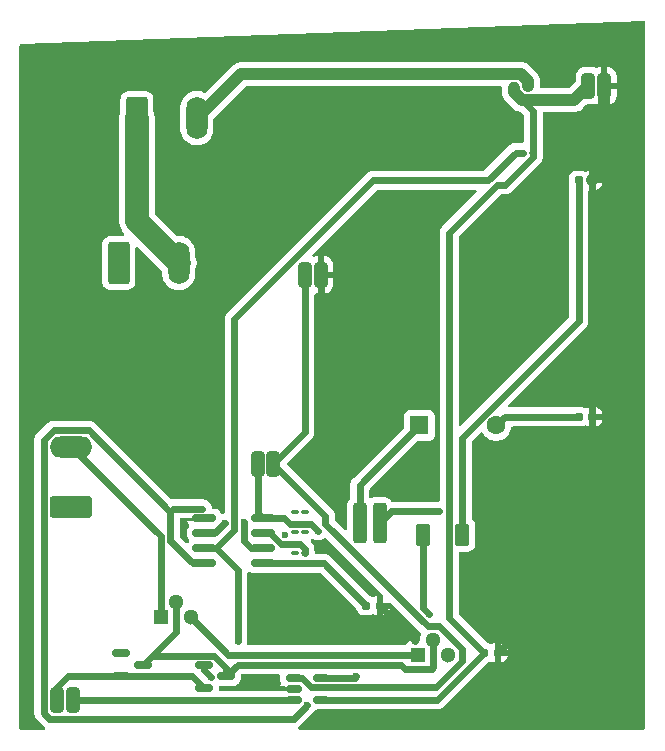
<source format=gbr>
G04 #@! TF.GenerationSoftware,KiCad,Pcbnew,9.0.4*
G04 #@! TF.CreationDate,2026-02-01T17:43:42+05:30*
G04 #@! TF.ProjectId,Classdamp ltversion,436c6173-7364-4616-9d70-206c74766572,rev?*
G04 #@! TF.SameCoordinates,Original*
G04 #@! TF.FileFunction,Copper,L1,Top*
G04 #@! TF.FilePolarity,Positive*
%FSLAX46Y46*%
G04 Gerber Fmt 4.6, Leading zero omitted, Abs format (unit mm)*
G04 Created by KiCad (PCBNEW 9.0.4) date 2026-02-01 17:43:42*
%MOMM*%
%LPD*%
G01*
G04 APERTURE LIST*
G04 Aperture macros list*
%AMRoundRect*
0 Rectangle with rounded corners*
0 $1 Rounding radius*
0 $2 $3 $4 $5 $6 $7 $8 $9 X,Y pos of 4 corners*
0 Add a 4 corners polygon primitive as box body*
4,1,4,$2,$3,$4,$5,$6,$7,$8,$9,$2,$3,0*
0 Add four circle primitives for the rounded corners*
1,1,$1+$1,$2,$3*
1,1,$1+$1,$4,$5*
1,1,$1+$1,$6,$7*
1,1,$1+$1,$8,$9*
0 Add four rect primitives between the rounded corners*
20,1,$1+$1,$2,$3,$4,$5,0*
20,1,$1+$1,$4,$5,$6,$7,0*
20,1,$1+$1,$6,$7,$8,$9,0*
20,1,$1+$1,$8,$9,$2,$3,0*%
G04 Aperture macros list end*
G04 #@! TA.AperFunction,SMDPad,CuDef*
%ADD10RoundRect,0.100000X-0.217500X-0.100000X0.217500X-0.100000X0.217500X0.100000X-0.217500X0.100000X0*%
G04 #@! TD*
G04 #@! TA.AperFunction,SMDPad,CuDef*
%ADD11RoundRect,0.250000X-0.312500X-0.825000X0.312500X-0.825000X0.312500X0.825000X-0.312500X0.825000X0*%
G04 #@! TD*
G04 #@! TA.AperFunction,SMDPad,CuDef*
%ADD12RoundRect,0.155000X-0.212500X-0.155000X0.212500X-0.155000X0.212500X0.155000X-0.212500X0.155000X0*%
G04 #@! TD*
G04 #@! TA.AperFunction,SMDPad,CuDef*
%ADD13RoundRect,0.150000X-0.512500X-0.150000X0.512500X-0.150000X0.512500X0.150000X-0.512500X0.150000X0*%
G04 #@! TD*
G04 #@! TA.AperFunction,SMDPad,CuDef*
%ADD14RoundRect,0.150000X-0.587500X-0.150000X0.587500X-0.150000X0.587500X0.150000X-0.587500X0.150000X0*%
G04 #@! TD*
G04 #@! TA.AperFunction,SMDPad,CuDef*
%ADD15RoundRect,0.150000X-0.825000X-0.150000X0.825000X-0.150000X0.825000X0.150000X-0.825000X0.150000X0*%
G04 #@! TD*
G04 #@! TA.AperFunction,SMDPad,CuDef*
%ADD16RoundRect,0.250000X-0.337500X-1.450000X0.337500X-1.450000X0.337500X1.450000X-0.337500X1.450000X0*%
G04 #@! TD*
G04 #@! TA.AperFunction,ComponentPad*
%ADD17RoundRect,0.250000X1.550000X-0.650000X1.550000X0.650000X-1.550000X0.650000X-1.550000X-0.650000X0*%
G04 #@! TD*
G04 #@! TA.AperFunction,ComponentPad*
%ADD18O,3.600000X1.800000*%
G04 #@! TD*
G04 #@! TA.AperFunction,ComponentPad*
%ADD19R,1.300000X1.300000*%
G04 #@! TD*
G04 #@! TA.AperFunction,ComponentPad*
%ADD20C,1.300000*%
G04 #@! TD*
G04 #@! TA.AperFunction,ComponentPad*
%ADD21RoundRect,0.250000X-0.650000X-1.550000X0.650000X-1.550000X0.650000X1.550000X-0.650000X1.550000X0*%
G04 #@! TD*
G04 #@! TA.AperFunction,ComponentPad*
%ADD22O,1.800000X3.600000*%
G04 #@! TD*
G04 #@! TA.AperFunction,SMDPad,CuDef*
%ADD23RoundRect,0.250000X-0.362500X-0.700000X0.362500X-0.700000X0.362500X0.700000X-0.362500X0.700000X0*%
G04 #@! TD*
G04 #@! TA.AperFunction,ComponentPad*
%ADD24R,1.600000X1.600000*%
G04 #@! TD*
G04 #@! TA.AperFunction,ComponentPad*
%ADD25C,1.600000*%
G04 #@! TD*
G04 #@! TA.AperFunction,ViaPad*
%ADD26C,0.600000*%
G04 #@! TD*
G04 #@! TA.AperFunction,Conductor*
%ADD27C,0.600000*%
G04 #@! TD*
G04 #@! TA.AperFunction,Conductor*
%ADD28C,1.000000*%
G04 #@! TD*
G04 #@! TA.AperFunction,Conductor*
%ADD29C,2.000000*%
G04 #@! TD*
G04 APERTURE END LIST*
D10*
X143865000Y-100040000D03*
X144680000Y-100040000D03*
D11*
X140675000Y-96000000D03*
X142000000Y-96000000D03*
D10*
X143865000Y-103540000D03*
X144680000Y-103540000D03*
D12*
X159865000Y-112000000D03*
X161000000Y-112000000D03*
D13*
X143725000Y-114100000D03*
X143725000Y-115050000D03*
X143725000Y-116000000D03*
X146000000Y-116000000D03*
X146000000Y-114100000D03*
D14*
X136125000Y-113050000D03*
X136125000Y-114950000D03*
X138000000Y-114000000D03*
D10*
X163181500Y-69648286D03*
X163996500Y-69648286D03*
D11*
X144675000Y-80000000D03*
X146000000Y-80000000D03*
D15*
X136167500Y-100615000D03*
X136167500Y-101885000D03*
X136167500Y-103155000D03*
X136167500Y-104425000D03*
X141117500Y-104425000D03*
X141117500Y-103155000D03*
X141117500Y-101885000D03*
X141117500Y-100615000D03*
D16*
X149325000Y-101000000D03*
X151000000Y-101000000D03*
D17*
X124875000Y-99640000D03*
D18*
X124875000Y-94560000D03*
D19*
X132460000Y-109000000D03*
D20*
X133730000Y-107730000D03*
X135000000Y-109000000D03*
D11*
X168675000Y-64000000D03*
X170000000Y-64000000D03*
D21*
X128920000Y-79000000D03*
D22*
X134000000Y-79000000D03*
D11*
X123675000Y-116000000D03*
X125000000Y-116000000D03*
D23*
X154675000Y-102000000D03*
X158000000Y-102000000D03*
D12*
X167865000Y-72000000D03*
X169000000Y-72000000D03*
D24*
X154372500Y-92750000D03*
D25*
X160872500Y-92750000D03*
D14*
X129125000Y-112050000D03*
X129125000Y-113950000D03*
X131000000Y-113000000D03*
D19*
X154292500Y-112180000D03*
D20*
X155562500Y-110910000D03*
X156832500Y-112180000D03*
D10*
X143865000Y-101790000D03*
X144680000Y-101790000D03*
D12*
X167865000Y-92000000D03*
X169000000Y-92000000D03*
D21*
X130455000Y-66737500D03*
D22*
X135535000Y-66737500D03*
D12*
X149865000Y-108000000D03*
X151000000Y-108000000D03*
X162415000Y-64000000D03*
X163550000Y-64000000D03*
D26*
X137888128Y-101000000D03*
X139488128Y-100897220D03*
X136762500Y-114084290D03*
X154000000Y-111000000D03*
X146000000Y-98000000D03*
X156000000Y-100000000D03*
X155209054Y-108750942D03*
X139000000Y-111000000D03*
X145801000Y-101668214D03*
X144862500Y-116449810D03*
X143000000Y-102000000D03*
X149000000Y-114000000D03*
X144682500Y-103540000D03*
D27*
X137003128Y-101885000D02*
X137888128Y-101000000D01*
X140142501Y-103155000D02*
X141117500Y-103155000D01*
X139488128Y-100897220D02*
X139488128Y-102500627D01*
X136167500Y-101885000D02*
X137003128Y-101885000D01*
X139488128Y-102500627D02*
X140142501Y-103155000D01*
X136125000Y-113050000D02*
X136125000Y-113446790D01*
X161000000Y-112000000D02*
X169000000Y-104000000D01*
D28*
X170000000Y-71000000D02*
X169000000Y-72000000D01*
D27*
X169000000Y-92000000D02*
X169000000Y-72000000D01*
X136125000Y-113446790D02*
X136762500Y-114084290D01*
X146000000Y-80000000D02*
X146000000Y-98000000D01*
X151000000Y-108000000D02*
X154000000Y-111000000D01*
X169000000Y-104000000D02*
X169000000Y-92000000D01*
D28*
X170000000Y-64000000D02*
X170000000Y-71000000D01*
D27*
X146290000Y-104425000D02*
X149865000Y-108000000D01*
X141117500Y-104425000D02*
X146290000Y-104425000D01*
X156886500Y-76443714D02*
X160978500Y-72351714D01*
X164000000Y-70000000D02*
X164000000Y-69648286D01*
X146000000Y-116000000D02*
X155865000Y-116000000D01*
X160978500Y-72351714D02*
X161648286Y-72351714D01*
X155865000Y-116000000D02*
X159865000Y-112000000D01*
X156886500Y-109021500D02*
X156886500Y-76443714D01*
X161648286Y-72351714D02*
X164000000Y-70000000D01*
X163052530Y-65201000D02*
X164000000Y-66148470D01*
X164000000Y-66148470D02*
X164000000Y-70000000D01*
X159865000Y-112000000D02*
X156886500Y-109021500D01*
X125000000Y-116000000D02*
X143725000Y-116000000D01*
D28*
X167474000Y-65201000D02*
X163052530Y-65201000D01*
X162349000Y-64497470D02*
X162349000Y-64190000D01*
X163052530Y-65201000D02*
X162349000Y-64497470D01*
X168675000Y-64000000D02*
X167474000Y-65201000D01*
X135535000Y-66737500D02*
X139283500Y-62989000D01*
X163550000Y-63550000D02*
X163550000Y-64000000D01*
X162989000Y-62989000D02*
X163550000Y-63550000D01*
X139283500Y-62989000D02*
X162989000Y-62989000D01*
D27*
X158000000Y-102000000D02*
X158000000Y-93782608D01*
X167865000Y-83917608D02*
X167865000Y-72000000D01*
X152000000Y-100000000D02*
X156000000Y-100000000D01*
X158000000Y-93782608D02*
X167865000Y-83917608D01*
X151000000Y-101000000D02*
X152000000Y-100000000D01*
X167865000Y-92000000D02*
X161622500Y-92000000D01*
X161622500Y-92000000D02*
X160872500Y-92750000D01*
D29*
X130455000Y-66737500D02*
X130455000Y-75455000D01*
X130455000Y-75455000D02*
X134000000Y-79000000D01*
D27*
X124875000Y-94560000D02*
X132460000Y-102145000D01*
X132460000Y-102145000D02*
X132460000Y-109000000D01*
X154675000Y-108216888D02*
X155209054Y-108750942D01*
X154292500Y-112180000D02*
X138180000Y-112180000D01*
X154675000Y-102000000D02*
X154675000Y-108216888D01*
X138180000Y-112180000D02*
X135000000Y-109000000D01*
X149325000Y-97797500D02*
X154372500Y-92750000D01*
X149325000Y-101000000D02*
X149325000Y-97797500D01*
X135125000Y-113950000D02*
X136125000Y-114950000D01*
X138688128Y-101609371D02*
X138688128Y-83780370D01*
X129125000Y-113950000D02*
X135125000Y-113950000D01*
X162508214Y-69648286D02*
X163178000Y-69648286D01*
X123675000Y-114925000D02*
X124650000Y-113950000D01*
X160156500Y-72000000D02*
X162508214Y-69648286D01*
X123675000Y-116000000D02*
X123675000Y-114925000D01*
X150468498Y-72000000D02*
X160156500Y-72000000D01*
X137142499Y-103155000D02*
X139000000Y-105012501D01*
X137142499Y-103155000D02*
X138688128Y-101609371D01*
X136167500Y-103155000D02*
X137142499Y-103155000D01*
X124650000Y-113950000D02*
X129125000Y-113950000D01*
X138688128Y-83780370D02*
X150468498Y-72000000D01*
X139000000Y-105012501D02*
X139000000Y-111000000D01*
X155562500Y-110910000D02*
X155562500Y-113212000D01*
X131000000Y-113000000D02*
X133730000Y-110270000D01*
X136986310Y-112249000D02*
X138000000Y-113262690D01*
X155443500Y-113331000D02*
X153141500Y-113331000D01*
X153141500Y-113331000D02*
X152810500Y-113000000D01*
X131751000Y-112249000D02*
X136986310Y-112249000D01*
X155562500Y-113212000D02*
X155443500Y-113331000D01*
X152810500Y-113000000D02*
X139000000Y-113000000D01*
X139000000Y-113000000D02*
X138000000Y-114000000D01*
X131000000Y-113000000D02*
X131751000Y-112249000D01*
X138000000Y-113262690D02*
X138000000Y-114000000D01*
X133730000Y-110270000D02*
X133730000Y-107730000D01*
X142921786Y-100615000D02*
X143395786Y-101089000D01*
X136167500Y-104425000D02*
X135192501Y-104425000D01*
X133261000Y-102493499D02*
X133261000Y-100064687D01*
X143736310Y-117576000D02*
X144862500Y-116449810D01*
X123044498Y-117576000D02*
X143736310Y-117576000D01*
X140675000Y-100172500D02*
X141117500Y-100615000D01*
X143395786Y-101089000D02*
X145221786Y-101089000D01*
X133261000Y-100064687D02*
X133511687Y-99814000D01*
X126355313Y-93159000D02*
X123394687Y-93159000D01*
X135192501Y-104425000D02*
X133261000Y-102493499D01*
X141117500Y-100615000D02*
X142921786Y-100615000D01*
X145221786Y-101089000D02*
X145801000Y-101668214D01*
X122574000Y-93979687D02*
X122574000Y-117105502D01*
X140675000Y-96000000D02*
X140675000Y-100172500D01*
X146000000Y-114100000D02*
X148900000Y-114100000D01*
X123394687Y-93159000D02*
X122574000Y-93979687D01*
X133261000Y-100064687D02*
X126355313Y-93159000D01*
X122574000Y-117105502D02*
X123044498Y-117576000D01*
X133511687Y-99814000D02*
X136000000Y-99814000D01*
X148900000Y-114100000D02*
X149000000Y-114000000D01*
X141117500Y-101885000D02*
X141752214Y-101885000D01*
X144296214Y-102801000D02*
X144682500Y-103187286D01*
X142668214Y-102801000D02*
X144296214Y-102801000D01*
X141752214Y-101885000D02*
X142668214Y-102801000D01*
X144682500Y-103187286D02*
X144682500Y-103540000D01*
X143725000Y-114100000D02*
X144412690Y-114100000D01*
X155085740Y-109759000D02*
X146415740Y-101089000D01*
X156039260Y-109759000D02*
X155085740Y-109759000D01*
X144675000Y-93325000D02*
X142000000Y-96000000D01*
X145213690Y-114901000D02*
X155739260Y-114901000D01*
X144412690Y-114100000D02*
X145213690Y-114901000D01*
X157983500Y-112656760D02*
X157983500Y-111703240D01*
X144675000Y-80000000D02*
X144675000Y-93325000D01*
X146415740Y-100415740D02*
X142000000Y-96000000D01*
X157983500Y-111703240D02*
X156039260Y-109759000D01*
X155739260Y-114901000D02*
X157983500Y-112656760D01*
X146415740Y-101089000D02*
X146415740Y-100415740D01*
G04 #@! TA.AperFunction,Conductor*
G36*
X173438633Y-58541331D02*
G01*
X173486311Y-58592405D01*
X173499500Y-58648056D01*
X173499500Y-118375500D01*
X173479815Y-118442539D01*
X173427011Y-118488294D01*
X173375500Y-118499500D01*
X144203831Y-118499500D01*
X144136792Y-118479815D01*
X144091037Y-118427011D01*
X144081093Y-118357853D01*
X144110118Y-118294297D01*
X144134940Y-118272398D01*
X144194260Y-118232760D01*
X144246599Y-118197789D01*
X145484289Y-116960099D01*
X145541144Y-116875009D01*
X145554112Y-116855602D01*
X145582050Y-116832257D01*
X145607720Y-116810804D01*
X145607724Y-116810803D01*
X145607727Y-116810801D01*
X145607745Y-116810798D01*
X145657209Y-116800500D01*
X155943844Y-116800500D01*
X155943845Y-116800499D01*
X156098497Y-116769737D01*
X156244179Y-116709394D01*
X156375289Y-116621789D01*
X160170528Y-112826548D01*
X160179962Y-112820530D01*
X160184566Y-112814466D01*
X160206384Y-112803674D01*
X160215656Y-112797760D01*
X160219588Y-112796323D01*
X160339900Y-112761370D01*
X160379715Y-112737823D01*
X160390440Y-112733905D01*
X160414357Y-112732356D01*
X160437588Y-112726461D01*
X160449840Y-112730058D01*
X160460164Y-112729390D01*
X160474328Y-112737248D01*
X160496113Y-112743645D01*
X160525300Y-112760906D01*
X160525305Y-112760908D01*
X160684216Y-112807077D01*
X160684222Y-112807078D01*
X160721342Y-112809999D01*
X160721358Y-112810000D01*
X160750000Y-112810000D01*
X161250000Y-112810000D01*
X161278642Y-112810000D01*
X161278657Y-112809999D01*
X161315777Y-112807078D01*
X161315783Y-112807077D01*
X161474694Y-112760908D01*
X161474697Y-112760907D01*
X161617142Y-112676666D01*
X161617150Y-112676660D01*
X161734160Y-112559650D01*
X161734166Y-112559642D01*
X161818407Y-112417197D01*
X161818409Y-112417194D01*
X161864578Y-112258281D01*
X161865230Y-112250000D01*
X161250000Y-112250000D01*
X161250000Y-112810000D01*
X160750000Y-112810000D01*
X160750000Y-111750000D01*
X161250000Y-111750000D01*
X161865230Y-111750000D01*
X161864578Y-111741718D01*
X161818409Y-111582805D01*
X161818407Y-111582802D01*
X161734166Y-111440357D01*
X161734160Y-111440349D01*
X161617150Y-111323339D01*
X161617142Y-111323333D01*
X161474697Y-111239092D01*
X161474694Y-111239091D01*
X161315783Y-111192922D01*
X161315777Y-111192921D01*
X161278657Y-111190000D01*
X161250000Y-111190000D01*
X161250000Y-111750000D01*
X160750000Y-111750000D01*
X160750000Y-111190000D01*
X160721342Y-111190000D01*
X160684222Y-111192921D01*
X160684216Y-111192922D01*
X160525304Y-111239091D01*
X160525300Y-111239093D01*
X160496109Y-111256356D01*
X160428384Y-111273536D01*
X160390440Y-111266093D01*
X160379706Y-111262171D01*
X160339900Y-111238630D01*
X160219592Y-111203676D01*
X160215659Y-111202240D01*
X160201350Y-111191678D01*
X160170528Y-111173450D01*
X157723319Y-108726241D01*
X157689834Y-108664918D01*
X157687000Y-108638560D01*
X157687000Y-103574499D01*
X157706685Y-103507460D01*
X157759489Y-103461705D01*
X157811000Y-103450499D01*
X158412502Y-103450499D01*
X158412508Y-103450499D01*
X158515297Y-103439999D01*
X158681834Y-103384814D01*
X158831156Y-103292712D01*
X158955212Y-103168656D01*
X159047314Y-103019334D01*
X159102499Y-102852797D01*
X159113000Y-102750009D01*
X159112999Y-101249992D01*
X159102499Y-101147203D01*
X159047314Y-100980666D01*
X158955212Y-100831344D01*
X158836819Y-100712951D01*
X158803334Y-100651628D01*
X158800500Y-100625270D01*
X158800500Y-94165547D01*
X158820185Y-94098508D01*
X158836815Y-94077870D01*
X159545986Y-93368698D01*
X159607307Y-93335215D01*
X159676998Y-93340199D01*
X159732932Y-93382070D01*
X159744149Y-93400084D01*
X159760214Y-93431613D01*
X159880528Y-93597213D01*
X160025286Y-93741971D01*
X160153727Y-93835287D01*
X160190890Y-93862287D01*
X160279712Y-93907544D01*
X160373276Y-93955218D01*
X160373278Y-93955218D01*
X160373281Y-93955220D01*
X160477637Y-93989127D01*
X160567965Y-94018477D01*
X160669057Y-94034488D01*
X160770148Y-94050500D01*
X160770149Y-94050500D01*
X160974851Y-94050500D01*
X160974852Y-94050500D01*
X161177034Y-94018477D01*
X161371719Y-93955220D01*
X161554110Y-93862287D01*
X161650401Y-93792328D01*
X161719713Y-93741971D01*
X161719715Y-93741968D01*
X161719719Y-93741966D01*
X161864466Y-93597219D01*
X161864468Y-93597215D01*
X161864471Y-93597213D01*
X161917232Y-93524590D01*
X161984787Y-93431610D01*
X162077720Y-93249219D01*
X162140977Y-93054534D01*
X162164645Y-92905101D01*
X162194574Y-92841967D01*
X162253886Y-92805036D01*
X162287118Y-92800500D01*
X167507138Y-92800500D01*
X167541730Y-92805423D01*
X167549135Y-92807574D01*
X167549142Y-92807576D01*
X167586297Y-92810500D01*
X168143702Y-92810499D01*
X168180858Y-92807576D01*
X168339900Y-92761370D01*
X168369869Y-92743645D01*
X168437588Y-92726461D01*
X168496113Y-92743645D01*
X168525300Y-92760906D01*
X168525305Y-92760908D01*
X168684216Y-92807077D01*
X168684222Y-92807078D01*
X168721342Y-92809999D01*
X168721358Y-92810000D01*
X168750000Y-92810000D01*
X169250000Y-92810000D01*
X169278642Y-92810000D01*
X169278657Y-92809999D01*
X169315777Y-92807078D01*
X169315783Y-92807077D01*
X169474694Y-92760908D01*
X169474697Y-92760907D01*
X169617142Y-92676666D01*
X169617150Y-92676660D01*
X169734160Y-92559650D01*
X169734166Y-92559642D01*
X169818407Y-92417197D01*
X169818409Y-92417194D01*
X169864578Y-92258281D01*
X169865230Y-92250000D01*
X169250000Y-92250000D01*
X169250000Y-92810000D01*
X168750000Y-92810000D01*
X168750000Y-91750000D01*
X169250000Y-91750000D01*
X169865230Y-91750000D01*
X169864578Y-91741718D01*
X169818409Y-91582805D01*
X169818407Y-91582802D01*
X169734166Y-91440357D01*
X169734160Y-91440349D01*
X169617150Y-91323339D01*
X169617142Y-91323333D01*
X169474697Y-91239092D01*
X169474694Y-91239091D01*
X169315783Y-91192922D01*
X169315777Y-91192921D01*
X169278657Y-91190000D01*
X169250000Y-91190000D01*
X169250000Y-91750000D01*
X168750000Y-91750000D01*
X168750000Y-91190000D01*
X168721342Y-91190000D01*
X168684222Y-91192921D01*
X168684216Y-91192922D01*
X168525304Y-91239091D01*
X168525300Y-91239093D01*
X168496109Y-91256356D01*
X168428384Y-91273536D01*
X168369869Y-91256354D01*
X168340679Y-91239091D01*
X168339900Y-91238630D01*
X168339899Y-91238629D01*
X168339898Y-91238629D01*
X168339895Y-91238628D01*
X168180862Y-91192424D01*
X168180856Y-91192423D01*
X168143703Y-91189500D01*
X167586309Y-91189500D01*
X167586284Y-91189501D01*
X167549143Y-91192423D01*
X167541728Y-91194578D01*
X167507138Y-91199500D01*
X162014548Y-91199500D01*
X161947509Y-91179815D01*
X161901754Y-91127011D01*
X161891810Y-91057853D01*
X161920835Y-90994297D01*
X161926867Y-90987819D01*
X168486786Y-84427900D01*
X168486789Y-84427897D01*
X168574394Y-84296787D01*
X168634737Y-84151105D01*
X168665500Y-83996450D01*
X168665500Y-83838765D01*
X168665500Y-72934000D01*
X168685185Y-72866961D01*
X168737989Y-72821206D01*
X168739017Y-72820982D01*
X168750000Y-72810000D01*
X169250000Y-72810000D01*
X169278642Y-72810000D01*
X169278657Y-72809999D01*
X169315777Y-72807078D01*
X169315783Y-72807077D01*
X169474694Y-72760908D01*
X169474697Y-72760907D01*
X169617142Y-72676666D01*
X169617150Y-72676660D01*
X169734160Y-72559650D01*
X169734166Y-72559642D01*
X169818407Y-72417197D01*
X169818409Y-72417194D01*
X169864578Y-72258281D01*
X169865230Y-72250000D01*
X169250000Y-72250000D01*
X169250000Y-72810000D01*
X168750000Y-72810000D01*
X168750000Y-71750000D01*
X169250000Y-71750000D01*
X169865230Y-71750000D01*
X169864578Y-71741718D01*
X169818409Y-71582805D01*
X169818407Y-71582802D01*
X169734166Y-71440357D01*
X169734160Y-71440349D01*
X169617150Y-71323339D01*
X169617142Y-71323333D01*
X169474697Y-71239092D01*
X169474694Y-71239091D01*
X169315783Y-71192922D01*
X169315777Y-71192921D01*
X169278657Y-71190000D01*
X169250000Y-71190000D01*
X169250000Y-71750000D01*
X168750000Y-71750000D01*
X168750000Y-71190000D01*
X168721342Y-71190000D01*
X168684222Y-71192921D01*
X168684216Y-71192922D01*
X168525304Y-71239091D01*
X168525300Y-71239093D01*
X168496109Y-71256356D01*
X168428384Y-71273536D01*
X168369869Y-71256354D01*
X168340679Y-71239091D01*
X168339900Y-71238630D01*
X168339899Y-71238629D01*
X168339898Y-71238629D01*
X168339895Y-71238628D01*
X168180862Y-71192424D01*
X168180856Y-71192423D01*
X168143703Y-71189500D01*
X167586309Y-71189500D01*
X167586284Y-71189501D01*
X167549145Y-71192423D01*
X167390099Y-71238630D01*
X167247549Y-71322934D01*
X167247540Y-71322941D01*
X167130441Y-71440040D01*
X167130434Y-71440049D01*
X167046129Y-71582601D01*
X167046128Y-71582604D01*
X166999924Y-71741637D01*
X166999923Y-71741643D01*
X166997000Y-71778789D01*
X166997000Y-72221190D01*
X166997001Y-72221215D01*
X166999923Y-72258354D01*
X167046130Y-72417401D01*
X167047229Y-72419258D01*
X167047736Y-72421111D01*
X167049228Y-72424559D01*
X167048737Y-72424771D01*
X167064500Y-72482384D01*
X167064500Y-83534668D01*
X167044815Y-83601707D01*
X167028181Y-83622349D01*
X157898681Y-92751849D01*
X157837358Y-92785334D01*
X157767666Y-92780350D01*
X157711733Y-92738478D01*
X157687316Y-92673014D01*
X157687000Y-92664168D01*
X157687000Y-76826654D01*
X157706685Y-76759615D01*
X157723319Y-76738973D01*
X161273759Y-73188533D01*
X161335082Y-73155048D01*
X161361440Y-73152214D01*
X161727130Y-73152214D01*
X161727131Y-73152213D01*
X161881783Y-73121451D01*
X162027465Y-73061108D01*
X162158575Y-72973503D01*
X164621789Y-70510289D01*
X164709394Y-70379179D01*
X164769737Y-70233497D01*
X164800500Y-70078842D01*
X164800500Y-69921157D01*
X164800500Y-69902113D01*
X164801561Y-69885928D01*
X164814500Y-69787647D01*
X164814499Y-69508926D01*
X164801561Y-69410643D01*
X164800500Y-69394459D01*
X164800500Y-66325500D01*
X164820185Y-66258461D01*
X164872989Y-66212706D01*
X164924500Y-66201500D01*
X167572542Y-66201500D01*
X167603566Y-66195328D01*
X167669188Y-66182275D01*
X167765836Y-66163051D01*
X167819165Y-66140961D01*
X167947914Y-66087632D01*
X168111782Y-65978139D01*
X168251139Y-65838782D01*
X168251139Y-65838780D01*
X168261347Y-65828573D01*
X168261349Y-65828570D01*
X168478101Y-65611818D01*
X168539424Y-65578333D01*
X168565782Y-65575499D01*
X169037502Y-65575499D01*
X169037508Y-65575499D01*
X169140297Y-65564999D01*
X169299292Y-65512312D01*
X169369118Y-65509911D01*
X169377298Y-65512313D01*
X169534802Y-65564505D01*
X169534809Y-65564506D01*
X169637519Y-65574999D01*
X169749999Y-65574999D01*
X170250000Y-65574999D01*
X170362472Y-65574999D01*
X170362486Y-65574998D01*
X170465197Y-65564505D01*
X170631619Y-65509358D01*
X170631624Y-65509356D01*
X170780845Y-65417315D01*
X170904815Y-65293345D01*
X170996856Y-65144124D01*
X170996858Y-65144119D01*
X171052005Y-64977697D01*
X171052006Y-64977690D01*
X171062499Y-64874986D01*
X171062500Y-64874973D01*
X171062500Y-64250000D01*
X170250000Y-64250000D01*
X170250000Y-65574999D01*
X169749999Y-65574999D01*
X169750000Y-65574998D01*
X169750000Y-63750000D01*
X170250000Y-63750000D01*
X171062499Y-63750000D01*
X171062499Y-63125028D01*
X171062498Y-63125013D01*
X171052005Y-63022302D01*
X170996858Y-62855880D01*
X170996856Y-62855875D01*
X170904815Y-62706654D01*
X170780845Y-62582684D01*
X170631624Y-62490643D01*
X170631619Y-62490641D01*
X170465197Y-62435494D01*
X170465190Y-62435493D01*
X170362486Y-62425000D01*
X170250000Y-62425000D01*
X170250000Y-63750000D01*
X169750000Y-63750000D01*
X169750000Y-62425000D01*
X169637527Y-62425000D01*
X169637512Y-62425001D01*
X169534801Y-62435494D01*
X169377295Y-62487686D01*
X169307467Y-62490088D01*
X169299301Y-62487689D01*
X169140297Y-62435001D01*
X169140295Y-62435000D01*
X169037510Y-62424500D01*
X168312498Y-62424500D01*
X168312480Y-62424501D01*
X168209703Y-62435000D01*
X168209700Y-62435001D01*
X168043168Y-62490185D01*
X168043163Y-62490187D01*
X167893842Y-62582289D01*
X167769789Y-62706342D01*
X167677687Y-62855663D01*
X167677685Y-62855668D01*
X167677615Y-62855880D01*
X167622501Y-63022203D01*
X167622501Y-63022204D01*
X167622500Y-63022204D01*
X167612000Y-63124983D01*
X167612000Y-63596717D01*
X167592315Y-63663756D01*
X167575681Y-63684398D01*
X167095899Y-64164181D01*
X167034576Y-64197666D01*
X167008218Y-64200500D01*
X164674500Y-64200500D01*
X164607461Y-64180815D01*
X164561706Y-64128011D01*
X164550500Y-64076500D01*
X164550500Y-63451456D01*
X164518504Y-63290606D01*
X164516561Y-63280836D01*
X164512051Y-63258164D01*
X164456889Y-63124992D01*
X164456031Y-63122921D01*
X164456026Y-63122907D01*
X164436635Y-63076093D01*
X164436634Y-63076092D01*
X164436632Y-63076086D01*
X164400629Y-63022203D01*
X164327139Y-62912217D01*
X164184686Y-62769764D01*
X164184655Y-62769735D01*
X163770479Y-62355559D01*
X163770459Y-62355537D01*
X163626785Y-62211863D01*
X163626781Y-62211860D01*
X163462920Y-62102371D01*
X163462911Y-62102366D01*
X163390315Y-62072296D01*
X163334165Y-62049038D01*
X163280836Y-62026949D01*
X163280832Y-62026948D01*
X163280828Y-62026946D01*
X163184188Y-62007724D01*
X163087544Y-61988500D01*
X163087541Y-61988500D01*
X139388175Y-61988500D01*
X139388155Y-61988499D01*
X139382041Y-61988499D01*
X139184960Y-61988499D01*
X139184957Y-61988499D01*
X138991672Y-62026946D01*
X138991664Y-62026948D01*
X138809588Y-62102366D01*
X138809579Y-62102371D01*
X138645719Y-62211859D01*
X138645715Y-62211862D01*
X136298856Y-64558722D01*
X136237533Y-64592207D01*
X136167841Y-64587223D01*
X136154880Y-64581526D01*
X136072606Y-64539604D01*
X136072603Y-64539603D01*
X135862952Y-64471485D01*
X135711516Y-64447500D01*
X135645222Y-64437000D01*
X135424778Y-64437000D01*
X135358484Y-64447500D01*
X135207047Y-64471485D01*
X134997396Y-64539603D01*
X134997393Y-64539604D01*
X134800974Y-64639687D01*
X134622641Y-64769252D01*
X134622636Y-64769256D01*
X134466756Y-64925136D01*
X134466752Y-64925141D01*
X134337187Y-65103474D01*
X134237104Y-65299893D01*
X134237103Y-65299896D01*
X134168985Y-65509547D01*
X134134500Y-65727278D01*
X134134500Y-67747721D01*
X134168985Y-67965452D01*
X134237103Y-68175103D01*
X134237104Y-68175106D01*
X134337187Y-68371525D01*
X134466752Y-68549858D01*
X134466756Y-68549863D01*
X134622636Y-68705743D01*
X134622641Y-68705747D01*
X134739742Y-68790825D01*
X134800978Y-68835315D01*
X134885825Y-68878547D01*
X134997393Y-68935395D01*
X134997396Y-68935396D01*
X135102221Y-68969455D01*
X135207049Y-69003515D01*
X135424778Y-69038000D01*
X135424779Y-69038000D01*
X135645221Y-69038000D01*
X135645222Y-69038000D01*
X135862951Y-69003515D01*
X136072606Y-68935395D01*
X136269022Y-68835315D01*
X136447365Y-68705742D01*
X136603242Y-68549865D01*
X136732815Y-68371522D01*
X136832895Y-68175106D01*
X136901015Y-67965451D01*
X136935500Y-67747722D01*
X136935500Y-66803282D01*
X136955185Y-66736243D01*
X136971819Y-66715601D01*
X139661602Y-64025819D01*
X139722925Y-63992334D01*
X139749283Y-63989500D01*
X161224500Y-63989500D01*
X161291539Y-64009185D01*
X161337294Y-64061989D01*
X161348500Y-64113500D01*
X161348500Y-64596011D01*
X161348500Y-64596013D01*
X161348499Y-64596013D01*
X161386947Y-64789299D01*
X161386950Y-64789309D01*
X161462364Y-64971377D01*
X161462371Y-64971390D01*
X161571859Y-65135250D01*
X161571860Y-65135251D01*
X161571861Y-65135252D01*
X161711218Y-65274609D01*
X161711219Y-65274609D01*
X161718286Y-65281676D01*
X161718285Y-65281676D01*
X161718289Y-65281679D01*
X162414745Y-65978137D01*
X162414749Y-65978140D01*
X162578609Y-66087628D01*
X162578615Y-66087631D01*
X162578616Y-66087632D01*
X162760695Y-66163052D01*
X162875857Y-66185958D01*
X162937766Y-66218342D01*
X162939346Y-66219894D01*
X163163181Y-66443729D01*
X163196666Y-66505052D01*
X163199500Y-66531410D01*
X163199500Y-68723786D01*
X163179815Y-68790825D01*
X163127011Y-68836580D01*
X163075500Y-68847786D01*
X162429369Y-68847786D01*
X162274724Y-68878547D01*
X162274712Y-68878550D01*
X162129041Y-68938888D01*
X162129028Y-68938895D01*
X161997925Y-69026496D01*
X161997921Y-69026499D01*
X159861241Y-71163181D01*
X159799918Y-71196666D01*
X159773560Y-71199500D01*
X150389653Y-71199500D01*
X150235008Y-71230261D01*
X150234996Y-71230264D01*
X150089325Y-71290602D01*
X150089312Y-71290609D01*
X149958209Y-71378210D01*
X149958205Y-71378213D01*
X141122794Y-80213626D01*
X138177839Y-83158581D01*
X138122088Y-83214332D01*
X138066337Y-83270082D01*
X137978737Y-83401184D01*
X137978730Y-83401197D01*
X137918392Y-83546868D01*
X137918389Y-83546880D01*
X137887628Y-83701523D01*
X137887628Y-100082152D01*
X137878682Y-100112617D01*
X137871382Y-100143511D01*
X137868910Y-100145895D01*
X137867943Y-100149191D01*
X137843950Y-100169980D01*
X137821103Y-100192027D01*
X137816725Y-100193571D01*
X137815139Y-100194946D01*
X137787820Y-100203769D01*
X137699849Y-100221268D01*
X137630257Y-100215041D01*
X137575080Y-100172178D01*
X137568925Y-100162772D01*
X137510184Y-100063446D01*
X137510178Y-100063438D01*
X137394061Y-99947321D01*
X137394052Y-99947314D01*
X137252696Y-99863717D01*
X137252693Y-99863716D01*
X137094995Y-99817900D01*
X137094989Y-99817899D01*
X137058149Y-99815000D01*
X136918146Y-99815000D01*
X136851107Y-99795315D01*
X136805352Y-99742511D01*
X136796529Y-99715192D01*
X136769738Y-99580508D01*
X136769737Y-99580507D01*
X136769737Y-99580503D01*
X136736385Y-99499983D01*
X136709397Y-99434827D01*
X136709390Y-99434814D01*
X136621789Y-99303711D01*
X136621786Y-99303707D01*
X136510292Y-99192213D01*
X136510288Y-99192210D01*
X136379185Y-99104609D01*
X136379172Y-99104602D01*
X136233501Y-99044264D01*
X136233489Y-99044261D01*
X136078845Y-99013500D01*
X136078842Y-99013500D01*
X133590529Y-99013500D01*
X133432845Y-99013500D01*
X133432844Y-99013500D01*
X133421983Y-99015660D01*
X133352391Y-99009431D01*
X133310114Y-98981723D01*
X126865605Y-92537213D01*
X126865601Y-92537210D01*
X126734498Y-92449609D01*
X126734485Y-92449602D01*
X126588814Y-92389264D01*
X126588802Y-92389261D01*
X126434158Y-92358500D01*
X126434155Y-92358500D01*
X123473530Y-92358500D01*
X123315845Y-92358500D01*
X123315840Y-92358500D01*
X123161197Y-92389260D01*
X123161189Y-92389262D01*
X123015511Y-92449604D01*
X123015501Y-92449609D01*
X122884398Y-92537210D01*
X122884394Y-92537213D01*
X122173759Y-93247850D01*
X122063711Y-93357898D01*
X122021525Y-93400084D01*
X121952209Y-93469399D01*
X121864609Y-93600501D01*
X121864602Y-93600514D01*
X121804264Y-93746185D01*
X121804261Y-93746197D01*
X121773500Y-93900840D01*
X121773500Y-117184348D01*
X121804261Y-117338991D01*
X121804264Y-117339003D01*
X121864602Y-117484674D01*
X121864609Y-117484687D01*
X121952210Y-117615790D01*
X121952213Y-117615794D01*
X122534205Y-118197786D01*
X122534209Y-118197789D01*
X122645868Y-118272398D01*
X122690673Y-118326010D01*
X122699380Y-118395335D01*
X122669225Y-118458363D01*
X122609782Y-118495082D01*
X122576977Y-118499500D01*
X120624500Y-118499500D01*
X120557461Y-118479815D01*
X120511706Y-118427011D01*
X120500500Y-118375500D01*
X120500500Y-77399983D01*
X127519500Y-77399983D01*
X127519500Y-80600001D01*
X127519501Y-80600018D01*
X127530000Y-80702796D01*
X127530001Y-80702799D01*
X127585185Y-80869331D01*
X127585187Y-80869336D01*
X127620069Y-80925888D01*
X127677288Y-81018656D01*
X127801344Y-81142712D01*
X127950666Y-81234814D01*
X128117203Y-81289999D01*
X128219991Y-81300500D01*
X129620008Y-81300499D01*
X129722797Y-81289999D01*
X129889334Y-81234814D01*
X130038656Y-81142712D01*
X130162712Y-81018656D01*
X130254814Y-80869334D01*
X130309999Y-80702797D01*
X130320500Y-80600009D01*
X130320499Y-77741887D01*
X130340184Y-77674849D01*
X130392987Y-77629094D01*
X130462146Y-77619150D01*
X130525702Y-77648175D01*
X130532180Y-77654207D01*
X132563181Y-79685208D01*
X132596666Y-79746531D01*
X132599500Y-79772889D01*
X132599500Y-80010221D01*
X132633985Y-80227952D01*
X132702103Y-80437603D01*
X132702104Y-80437606D01*
X132770122Y-80571096D01*
X132784854Y-80600009D01*
X132802187Y-80634025D01*
X132931752Y-80812358D01*
X132931756Y-80812363D01*
X133087636Y-80968243D01*
X133087641Y-80968247D01*
X133243192Y-81081260D01*
X133265978Y-81097815D01*
X133356854Y-81144119D01*
X133462393Y-81197895D01*
X133462396Y-81197896D01*
X133567221Y-81231955D01*
X133672049Y-81266015D01*
X133889778Y-81300500D01*
X133889779Y-81300500D01*
X134110221Y-81300500D01*
X134110222Y-81300500D01*
X134327951Y-81266015D01*
X134537606Y-81197895D01*
X134734022Y-81097815D01*
X134912365Y-80968242D01*
X135068242Y-80812365D01*
X135197815Y-80634022D01*
X135297895Y-80437606D01*
X135366015Y-80227951D01*
X135400500Y-80010222D01*
X135400500Y-79565063D01*
X135406569Y-79526745D01*
X135463553Y-79351368D01*
X135479973Y-79247689D01*
X135500500Y-79118097D01*
X135500500Y-78881902D01*
X135479005Y-78746197D01*
X135463553Y-78648632D01*
X135463552Y-78648628D01*
X135463552Y-78648627D01*
X135406569Y-78473253D01*
X135400500Y-78434935D01*
X135400500Y-77989778D01*
X135366015Y-77772049D01*
X135297895Y-77562394D01*
X135297895Y-77562393D01*
X135263237Y-77494375D01*
X135197815Y-77365978D01*
X135147848Y-77297204D01*
X135068247Y-77187641D01*
X135068243Y-77187636D01*
X134912363Y-77031756D01*
X134912358Y-77031752D01*
X134734025Y-76902187D01*
X134734024Y-76902186D01*
X134734022Y-76902185D01*
X134645908Y-76857288D01*
X134537606Y-76802104D01*
X134537603Y-76802103D01*
X134327952Y-76733985D01*
X134169135Y-76708831D01*
X134110222Y-76699500D01*
X133889778Y-76699500D01*
X133889773Y-76699500D01*
X133884917Y-76699882D01*
X133884758Y-76697864D01*
X133823900Y-76689963D01*
X133786182Y-76664155D01*
X131991819Y-74869792D01*
X131958334Y-74808469D01*
X131955500Y-74782111D01*
X131955500Y-66619402D01*
X131918553Y-66386135D01*
X131918553Y-66386134D01*
X131918553Y-66386132D01*
X131861568Y-66210751D01*
X131855499Y-66172433D01*
X131855499Y-65137498D01*
X131855498Y-65137481D01*
X131844999Y-65034703D01*
X131844998Y-65034700D01*
X131826109Y-64977697D01*
X131789814Y-64868166D01*
X131697712Y-64718844D01*
X131573656Y-64594788D01*
X131424334Y-64502686D01*
X131257797Y-64447501D01*
X131257795Y-64447500D01*
X131155010Y-64437000D01*
X129754998Y-64437000D01*
X129754981Y-64437001D01*
X129652203Y-64447500D01*
X129652200Y-64447501D01*
X129485668Y-64502685D01*
X129485663Y-64502687D01*
X129336342Y-64594789D01*
X129212289Y-64718842D01*
X129120187Y-64868163D01*
X129120186Y-64868166D01*
X129065001Y-65034703D01*
X129065001Y-65034704D01*
X129065000Y-65034704D01*
X129054500Y-65137483D01*
X129054500Y-66172434D01*
X129048431Y-66210752D01*
X128991447Y-66386130D01*
X128954500Y-66619402D01*
X128954500Y-75573097D01*
X128991446Y-75806368D01*
X129064433Y-76030996D01*
X129171657Y-76241434D01*
X129310484Y-76432511D01*
X129365792Y-76487819D01*
X129399277Y-76549142D01*
X129394293Y-76618834D01*
X129352421Y-76674767D01*
X129286957Y-76699184D01*
X129278111Y-76699500D01*
X128219998Y-76699500D01*
X128219981Y-76699501D01*
X128117203Y-76710000D01*
X128117200Y-76710001D01*
X127950668Y-76765185D01*
X127950663Y-76765187D01*
X127801342Y-76857289D01*
X127677289Y-76981342D01*
X127585187Y-77130663D01*
X127585186Y-77130666D01*
X127530001Y-77297203D01*
X127530001Y-77297204D01*
X127530000Y-77297204D01*
X127519500Y-77399983D01*
X120500500Y-77399983D01*
X120500500Y-60601798D01*
X120520185Y-60534759D01*
X120572989Y-60489004D01*
X120619909Y-60477883D01*
X173370912Y-58524141D01*
X173438633Y-58541331D01*
G37*
G04 #@! TD.AperFunction*
G04 #@! TA.AperFunction,Conductor*
G36*
X142505039Y-113820185D02*
G01*
X142550794Y-113872989D01*
X142562000Y-113924500D01*
X142562000Y-114315701D01*
X142564901Y-114352567D01*
X142564902Y-114352573D01*
X142610754Y-114510393D01*
X142610756Y-114510399D01*
X142611926Y-114512377D01*
X142612369Y-114514126D01*
X142613853Y-114517554D01*
X142613299Y-114517793D01*
X142629103Y-114580102D01*
X142613749Y-114632395D01*
X142614317Y-114632641D01*
X142612327Y-114637239D01*
X142611928Y-114638599D01*
X142611222Y-114639791D01*
X142611216Y-114639806D01*
X142565400Y-114797505D01*
X142565399Y-114797511D01*
X142565204Y-114799998D01*
X142565205Y-114800000D01*
X142830685Y-114800000D01*
X142893806Y-114817268D01*
X142952102Y-114851744D01*
X142971780Y-114857461D01*
X143109926Y-114897597D01*
X143109929Y-114897597D01*
X143109931Y-114897598D01*
X143146806Y-114900500D01*
X143601000Y-114900500D01*
X143609685Y-114903050D01*
X143618647Y-114901762D01*
X143642687Y-114912740D01*
X143668039Y-114920185D01*
X143673966Y-114927025D01*
X143682203Y-114930787D01*
X143696492Y-114953021D01*
X143713794Y-114972989D01*
X143716081Y-114983503D01*
X143719977Y-114989565D01*
X143725000Y-115024500D01*
X143725000Y-115075500D01*
X143705315Y-115142539D01*
X143652511Y-115188294D01*
X143601000Y-115199500D01*
X137487000Y-115199500D01*
X137419961Y-115179815D01*
X137374206Y-115127011D01*
X137363000Y-115075500D01*
X137363000Y-114924500D01*
X137382685Y-114857461D01*
X137435489Y-114811706D01*
X137487000Y-114800500D01*
X138653186Y-114800500D01*
X138653194Y-114800500D01*
X138690069Y-114797598D01*
X138690071Y-114797597D01*
X138690073Y-114797597D01*
X138784424Y-114770185D01*
X138847898Y-114751744D01*
X138989365Y-114668081D01*
X139105581Y-114551865D01*
X139189244Y-114410398D01*
X139235098Y-114252569D01*
X139238000Y-114215694D01*
X139238000Y-113945440D01*
X139246644Y-113915999D01*
X139253168Y-113886013D01*
X139256922Y-113880997D01*
X139257685Y-113878401D01*
X139274319Y-113857759D01*
X139295259Y-113836819D01*
X139356582Y-113803334D01*
X139382940Y-113800500D01*
X142438000Y-113800500D01*
X142505039Y-113820185D01*
G37*
G04 #@! TD.AperFunction*
G04 #@! TA.AperFunction,Conductor*
G36*
X146441293Y-102262489D02*
G01*
X146485658Y-102290996D01*
X151229650Y-107034988D01*
X151263135Y-107096311D01*
X151258151Y-107166003D01*
X151250000Y-107178685D01*
X151250000Y-107750000D01*
X151893300Y-107750000D01*
X151960339Y-107769685D01*
X151980981Y-107786319D01*
X154488864Y-110294202D01*
X154522349Y-110355525D01*
X154517365Y-110425217D01*
X154511668Y-110438177D01*
X154496288Y-110468361D01*
X154440329Y-110640589D01*
X154412000Y-110819448D01*
X154412000Y-110905500D01*
X154392315Y-110972539D01*
X154339511Y-111018294D01*
X154288000Y-111029500D01*
X153594629Y-111029500D01*
X153594623Y-111029501D01*
X153535016Y-111035908D01*
X153400171Y-111086202D01*
X153400164Y-111086206D01*
X153284955Y-111172452D01*
X153284952Y-111172455D01*
X153198706Y-111287664D01*
X153198704Y-111287668D01*
X153198704Y-111287669D01*
X153194539Y-111298834D01*
X153152671Y-111354766D01*
X153087207Y-111379184D01*
X153078359Y-111379500D01*
X139891790Y-111379500D01*
X139824751Y-111359815D01*
X139778996Y-111307011D01*
X139769052Y-111237853D01*
X139770173Y-111231309D01*
X139799035Y-111086206D01*
X139800500Y-111078842D01*
X139800500Y-110921158D01*
X139800500Y-105257170D01*
X139820185Y-105190131D01*
X139872989Y-105144376D01*
X139942147Y-105134432D01*
X139987620Y-105150437D01*
X140032102Y-105176744D01*
X140073724Y-105188836D01*
X140189926Y-105222597D01*
X140189929Y-105222597D01*
X140189931Y-105222598D01*
X140226806Y-105225500D01*
X141038658Y-105225500D01*
X145907060Y-105225500D01*
X145974099Y-105245185D01*
X145994741Y-105261819D01*
X148980950Y-108248028D01*
X149012345Y-108301114D01*
X149046128Y-108417395D01*
X149046128Y-108417397D01*
X149046130Y-108417400D01*
X149130437Y-108559954D01*
X149130439Y-108559956D01*
X149130441Y-108559959D01*
X149247540Y-108677058D01*
X149247544Y-108677061D01*
X149247546Y-108677063D01*
X149390100Y-108761370D01*
X149432041Y-108773555D01*
X149549137Y-108807575D01*
X149549140Y-108807575D01*
X149549142Y-108807576D01*
X149586297Y-108810500D01*
X150143702Y-108810499D01*
X150180858Y-108807576D01*
X150339900Y-108761370D01*
X150369869Y-108743645D01*
X150437588Y-108726461D01*
X150496113Y-108743645D01*
X150525300Y-108760906D01*
X150525305Y-108760908D01*
X150684216Y-108807077D01*
X150684222Y-108807078D01*
X150721342Y-108809999D01*
X150721358Y-108810000D01*
X150750000Y-108810000D01*
X151250000Y-108810000D01*
X151278642Y-108810000D01*
X151278657Y-108809999D01*
X151315777Y-108807078D01*
X151315783Y-108807077D01*
X151474694Y-108760908D01*
X151474697Y-108760907D01*
X151617142Y-108676666D01*
X151617150Y-108676660D01*
X151734160Y-108559650D01*
X151734166Y-108559642D01*
X151818407Y-108417197D01*
X151818409Y-108417194D01*
X151864578Y-108258281D01*
X151865230Y-108250000D01*
X151250000Y-108250000D01*
X151250000Y-108810000D01*
X150750000Y-108810000D01*
X150750000Y-107190000D01*
X150721342Y-107190000D01*
X150684222Y-107192921D01*
X150684216Y-107192922D01*
X150525304Y-107239091D01*
X150525300Y-107239093D01*
X150496109Y-107256356D01*
X150428384Y-107273536D01*
X150390440Y-107266093D01*
X150379706Y-107262171D01*
X150339900Y-107238630D01*
X150219592Y-107203676D01*
X150215659Y-107202240D01*
X150201350Y-107191678D01*
X150170528Y-107173450D01*
X146800292Y-103803213D01*
X146800288Y-103803210D01*
X146669185Y-103715609D01*
X146669172Y-103715602D01*
X146523501Y-103655264D01*
X146523489Y-103655261D01*
X146368845Y-103624500D01*
X146368842Y-103624500D01*
X145621999Y-103624500D01*
X145617377Y-103623143D01*
X145612669Y-103624148D01*
X145584179Y-103613394D01*
X145554960Y-103604815D01*
X145551806Y-103601176D01*
X145547300Y-103599475D01*
X145529140Y-103575017D01*
X145509205Y-103552011D01*
X145507728Y-103546180D01*
X145505648Y-103543378D01*
X145502376Y-103525038D01*
X145498281Y-103508862D01*
X145497999Y-103504696D01*
X145497999Y-103400640D01*
X145483546Y-103290853D01*
X145483282Y-103286938D01*
X145483487Y-103286011D01*
X145483000Y-103278576D01*
X145483000Y-103108441D01*
X145482999Y-103108439D01*
X145469925Y-103042712D01*
X145452237Y-102953789D01*
X145421593Y-102879807D01*
X145391897Y-102808113D01*
X145391890Y-102808100D01*
X145304290Y-102676998D01*
X145297425Y-102670133D01*
X145210629Y-102583337D01*
X145202431Y-102568324D01*
X145190194Y-102556374D01*
X145186036Y-102538298D01*
X145177146Y-102522017D01*
X145178366Y-102504952D01*
X145174532Y-102488283D01*
X145180806Y-102470828D01*
X145182130Y-102452325D01*
X145192502Y-102438296D01*
X145198169Y-102422533D01*
X145222823Y-102397284D01*
X145258664Y-102369782D01*
X145323833Y-102344590D01*
X145392278Y-102358629D01*
X145403025Y-102365049D01*
X145421821Y-102377608D01*
X145421826Y-102377610D01*
X145564880Y-102436865D01*
X145567498Y-102437949D01*
X145567503Y-102437951D01*
X145629364Y-102450256D01*
X145722154Y-102468714D01*
X145722157Y-102468714D01*
X145879844Y-102468714D01*
X145879845Y-102468713D01*
X146034497Y-102437951D01*
X146180179Y-102377608D01*
X146311289Y-102290003D01*
X146311293Y-102289998D01*
X146315999Y-102286138D01*
X146316989Y-102287345D01*
X146371601Y-102257515D01*
X146441293Y-102262489D01*
G37*
G04 #@! TD.AperFunction*
G04 #@! TA.AperFunction,Conductor*
G36*
X136110539Y-100634185D02*
G01*
X136156294Y-100686989D01*
X136167500Y-100738500D01*
X136167500Y-100741000D01*
X136147815Y-100808039D01*
X136095011Y-100853794D01*
X136043500Y-100865000D01*
X134695205Y-100865000D01*
X134695204Y-100865001D01*
X134695399Y-100867486D01*
X134741218Y-101025198D01*
X134824814Y-101166552D01*
X134829600Y-101172722D01*
X134827140Y-101174629D01*
X134853710Y-101223288D01*
X134848726Y-101292980D01*
X134827662Y-101325781D01*
X134829199Y-101326974D01*
X134824415Y-101333140D01*
X134740755Y-101474603D01*
X134740754Y-101474606D01*
X134694902Y-101632426D01*
X134694901Y-101632432D01*
X134692000Y-101669298D01*
X134692000Y-102100701D01*
X134694901Y-102137567D01*
X134694902Y-102137573D01*
X134740754Y-102295393D01*
X134740755Y-102295396D01*
X134824417Y-102436862D01*
X134829202Y-102443031D01*
X134826756Y-102444927D01*
X134853357Y-102493642D01*
X134848373Y-102563334D01*
X134837439Y-102585565D01*
X134829921Y-102597632D01*
X134824419Y-102603135D01*
X134785539Y-102668876D01*
X134784757Y-102670133D01*
X134759713Y-102692458D01*
X134735171Y-102715373D01*
X134733710Y-102715638D01*
X134732603Y-102716626D01*
X134699452Y-102721869D01*
X134666429Y-102727876D01*
X134665057Y-102727310D01*
X134663591Y-102727542D01*
X134632872Y-102714032D01*
X134601840Y-102701230D01*
X134599991Y-102699571D01*
X134599633Y-102699414D01*
X134599365Y-102699010D01*
X134591828Y-102692249D01*
X134097819Y-102198240D01*
X134064334Y-102136917D01*
X134061500Y-102110559D01*
X134061500Y-100738500D01*
X134081185Y-100671461D01*
X134133989Y-100625706D01*
X134185500Y-100614500D01*
X136043500Y-100614500D01*
X136110539Y-100634185D01*
G37*
G04 #@! TD.AperFunction*
G04 #@! TA.AperFunction,Conductor*
G36*
X159165313Y-72820185D02*
G01*
X159211068Y-72872989D01*
X159221012Y-72942147D01*
X159191987Y-73005703D01*
X159185955Y-73012181D01*
X156376211Y-75821925D01*
X156320460Y-75877676D01*
X156264709Y-75933426D01*
X156177109Y-76064528D01*
X156177102Y-76064541D01*
X156116764Y-76210212D01*
X156116761Y-76210224D01*
X156086000Y-76364867D01*
X156086000Y-99075500D01*
X156066315Y-99142539D01*
X156013511Y-99188294D01*
X155962000Y-99199500D01*
X152072298Y-99199500D01*
X152005259Y-99179815D01*
X151966759Y-99140597D01*
X151930212Y-99081344D01*
X151806156Y-98957288D01*
X151656834Y-98865186D01*
X151490297Y-98810001D01*
X151490295Y-98810000D01*
X151387510Y-98799500D01*
X150612498Y-98799500D01*
X150612480Y-98799501D01*
X150509703Y-98810000D01*
X150509700Y-98810001D01*
X150343168Y-98865185D01*
X150343166Y-98865185D01*
X150343166Y-98865186D01*
X150343162Y-98865187D01*
X150343161Y-98865189D01*
X150314595Y-98882808D01*
X150247202Y-98901247D01*
X150180539Y-98880323D01*
X150135770Y-98826680D01*
X150125500Y-98777268D01*
X150125500Y-98180439D01*
X150145185Y-98113400D01*
X150161814Y-98092763D01*
X154167759Y-94086817D01*
X154229082Y-94053333D01*
X154255440Y-94050499D01*
X155220371Y-94050499D01*
X155220372Y-94050499D01*
X155279983Y-94044091D01*
X155414831Y-93993796D01*
X155530046Y-93907546D01*
X155616296Y-93792331D01*
X155666591Y-93657483D01*
X155673000Y-93597873D01*
X155672999Y-91902128D01*
X155666591Y-91842517D01*
X155642825Y-91778798D01*
X155616297Y-91707671D01*
X155616293Y-91707664D01*
X155530047Y-91592455D01*
X155530044Y-91592452D01*
X155414835Y-91506206D01*
X155414828Y-91506202D01*
X155279982Y-91455908D01*
X155279983Y-91455908D01*
X155220383Y-91449501D01*
X155220381Y-91449500D01*
X155220373Y-91449500D01*
X155220364Y-91449500D01*
X153524629Y-91449500D01*
X153524623Y-91449501D01*
X153465016Y-91455908D01*
X153330171Y-91506202D01*
X153330164Y-91506206D01*
X153214955Y-91592452D01*
X153214952Y-91592455D01*
X153128706Y-91707664D01*
X153128702Y-91707671D01*
X153078408Y-91842517D01*
X153072001Y-91902116D01*
X153072001Y-91902123D01*
X153072000Y-91902135D01*
X153072000Y-92867059D01*
X153052315Y-92934098D01*
X153035680Y-92954740D01*
X148814711Y-97175711D01*
X148782401Y-97208021D01*
X148703209Y-97287212D01*
X148615609Y-97418314D01*
X148615602Y-97418327D01*
X148555264Y-97563998D01*
X148555261Y-97564010D01*
X148524500Y-97718653D01*
X148524500Y-98900270D01*
X148504815Y-98967309D01*
X148488181Y-98987951D01*
X148394789Y-99081342D01*
X148302687Y-99230663D01*
X148302686Y-99230666D01*
X148247501Y-99397203D01*
X148247501Y-99397204D01*
X148247500Y-99397204D01*
X148237000Y-99499983D01*
X148237000Y-101478820D01*
X148217315Y-101545859D01*
X148164511Y-101591614D01*
X148095353Y-101601558D01*
X148031797Y-101572533D01*
X148025319Y-101566501D01*
X147252559Y-100793741D01*
X147219074Y-100732418D01*
X147216240Y-100706060D01*
X147216240Y-100336898D01*
X147216239Y-100336894D01*
X147208257Y-100296762D01*
X147188004Y-100194946D01*
X147185477Y-100182242D01*
X147142647Y-100078842D01*
X147138406Y-100068604D01*
X147125137Y-100036568D01*
X147125136Y-100036567D01*
X147125134Y-100036561D01*
X147100286Y-99999373D01*
X147037530Y-99905452D01*
X146995794Y-99863716D01*
X146926029Y-99793951D01*
X143219758Y-96087680D01*
X143186273Y-96026357D01*
X143191257Y-95956665D01*
X143219758Y-95912318D01*
X144109873Y-95022203D01*
X145185286Y-93946790D01*
X145185289Y-93946789D01*
X145296789Y-93835289D01*
X145384394Y-93704179D01*
X145444737Y-93558497D01*
X145475500Y-93403842D01*
X145475500Y-81695761D01*
X145495185Y-81628722D01*
X145547989Y-81582967D01*
X145612104Y-81572403D01*
X145637521Y-81574999D01*
X145749999Y-81574999D01*
X146250000Y-81574999D01*
X146362472Y-81574999D01*
X146362486Y-81574998D01*
X146465197Y-81564505D01*
X146631619Y-81509358D01*
X146631624Y-81509356D01*
X146780845Y-81417315D01*
X146904815Y-81293345D01*
X146996856Y-81144124D01*
X146996858Y-81144119D01*
X147052005Y-80977697D01*
X147052006Y-80977690D01*
X147062499Y-80874986D01*
X147062500Y-80874973D01*
X147062500Y-80250000D01*
X146250000Y-80250000D01*
X146250000Y-81574999D01*
X145749999Y-81574999D01*
X145750000Y-81574998D01*
X145750000Y-79750000D01*
X146250000Y-79750000D01*
X147062499Y-79750000D01*
X147062499Y-79125028D01*
X147062498Y-79125013D01*
X147052005Y-79022302D01*
X146996858Y-78855880D01*
X146996856Y-78855875D01*
X146904815Y-78706654D01*
X146780845Y-78582684D01*
X146631624Y-78490643D01*
X146631619Y-78490641D01*
X146465197Y-78435494D01*
X146465190Y-78435493D01*
X146362486Y-78425000D01*
X146250000Y-78425000D01*
X146250000Y-79750000D01*
X145750000Y-79750000D01*
X145750000Y-78425000D01*
X145637527Y-78425000D01*
X145637512Y-78425001D01*
X145534803Y-78435494D01*
X145478492Y-78454153D01*
X145408664Y-78456553D01*
X145348622Y-78420821D01*
X145317431Y-78358300D01*
X145324992Y-78288841D01*
X145351806Y-78248768D01*
X150763757Y-72836819D01*
X150825080Y-72803334D01*
X150851438Y-72800500D01*
X159098274Y-72800500D01*
X159165313Y-72820185D01*
G37*
G04 #@! TD.AperFunction*
M02*

</source>
